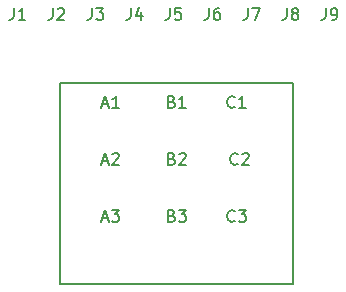
<source format=gbr>
%TF.GenerationSoftware,KiCad,Pcbnew,5.1.7*%
%TF.CreationDate,2020-10-03T21:56:47+01:00*%
%TF.ProjectId,3PDT,33504454-2e6b-4696-9361-645f70636258,V1.0*%
%TF.SameCoordinates,Original*%
%TF.FileFunction,Legend,Top*%
%TF.FilePolarity,Positive*%
%FSLAX46Y46*%
G04 Gerber Fmt 4.6, Leading zero omitted, Abs format (unit mm)*
G04 Created by KiCad (PCBNEW 5.1.7) date 2020-10-03 21:56:47*
%MOMM*%
%LPD*%
G01*
G04 APERTURE LIST*
%ADD10C,0.150000*%
%ADD11C,0.203200*%
G04 APERTURE END LIST*
D10*
X145883333Y-81891142D02*
X145835714Y-81938761D01*
X145692857Y-81986380D01*
X145597619Y-81986380D01*
X145454761Y-81938761D01*
X145359523Y-81843523D01*
X145311904Y-81748285D01*
X145264285Y-81557809D01*
X145264285Y-81414952D01*
X145311904Y-81224476D01*
X145359523Y-81129238D01*
X145454761Y-81034000D01*
X145597619Y-80986380D01*
X145692857Y-80986380D01*
X145835714Y-81034000D01*
X145883333Y-81081619D01*
X146216666Y-80986380D02*
X146835714Y-80986380D01*
X146502380Y-81367333D01*
X146645238Y-81367333D01*
X146740476Y-81414952D01*
X146788095Y-81462571D01*
X146835714Y-81557809D01*
X146835714Y-81795904D01*
X146788095Y-81891142D01*
X146740476Y-81938761D01*
X146645238Y-81986380D01*
X146359523Y-81986380D01*
X146264285Y-81938761D01*
X146216666Y-81891142D01*
X140565238Y-81462571D02*
X140708095Y-81510190D01*
X140755714Y-81557809D01*
X140803333Y-81653047D01*
X140803333Y-81795904D01*
X140755714Y-81891142D01*
X140708095Y-81938761D01*
X140612857Y-81986380D01*
X140231904Y-81986380D01*
X140231904Y-80986380D01*
X140565238Y-80986380D01*
X140660476Y-81034000D01*
X140708095Y-81081619D01*
X140755714Y-81176857D01*
X140755714Y-81272095D01*
X140708095Y-81367333D01*
X140660476Y-81414952D01*
X140565238Y-81462571D01*
X140231904Y-81462571D01*
X141136666Y-80986380D02*
X141755714Y-80986380D01*
X141422380Y-81367333D01*
X141565238Y-81367333D01*
X141660476Y-81414952D01*
X141708095Y-81462571D01*
X141755714Y-81557809D01*
X141755714Y-81795904D01*
X141708095Y-81891142D01*
X141660476Y-81938761D01*
X141565238Y-81986380D01*
X141279523Y-81986380D01*
X141184285Y-81938761D01*
X141136666Y-81891142D01*
X134667714Y-81700666D02*
X135143904Y-81700666D01*
X134572476Y-81986380D02*
X134905809Y-80986380D01*
X135239142Y-81986380D01*
X135477238Y-80986380D02*
X136096285Y-80986380D01*
X135762952Y-81367333D01*
X135905809Y-81367333D01*
X136001047Y-81414952D01*
X136048666Y-81462571D01*
X136096285Y-81557809D01*
X136096285Y-81795904D01*
X136048666Y-81891142D01*
X136001047Y-81938761D01*
X135905809Y-81986380D01*
X135620095Y-81986380D01*
X135524857Y-81938761D01*
X135477238Y-81891142D01*
X146137333Y-77065142D02*
X146089714Y-77112761D01*
X145946857Y-77160380D01*
X145851619Y-77160380D01*
X145708761Y-77112761D01*
X145613523Y-77017523D01*
X145565904Y-76922285D01*
X145518285Y-76731809D01*
X145518285Y-76588952D01*
X145565904Y-76398476D01*
X145613523Y-76303238D01*
X145708761Y-76208000D01*
X145851619Y-76160380D01*
X145946857Y-76160380D01*
X146089714Y-76208000D01*
X146137333Y-76255619D01*
X146518285Y-76255619D02*
X146565904Y-76208000D01*
X146661142Y-76160380D01*
X146899238Y-76160380D01*
X146994476Y-76208000D01*
X147042095Y-76255619D01*
X147089714Y-76350857D01*
X147089714Y-76446095D01*
X147042095Y-76588952D01*
X146470666Y-77160380D01*
X147089714Y-77160380D01*
X140565238Y-76636571D02*
X140708095Y-76684190D01*
X140755714Y-76731809D01*
X140803333Y-76827047D01*
X140803333Y-76969904D01*
X140755714Y-77065142D01*
X140708095Y-77112761D01*
X140612857Y-77160380D01*
X140231904Y-77160380D01*
X140231904Y-76160380D01*
X140565238Y-76160380D01*
X140660476Y-76208000D01*
X140708095Y-76255619D01*
X140755714Y-76350857D01*
X140755714Y-76446095D01*
X140708095Y-76541333D01*
X140660476Y-76588952D01*
X140565238Y-76636571D01*
X140231904Y-76636571D01*
X141184285Y-76255619D02*
X141231904Y-76208000D01*
X141327142Y-76160380D01*
X141565238Y-76160380D01*
X141660476Y-76208000D01*
X141708095Y-76255619D01*
X141755714Y-76350857D01*
X141755714Y-76446095D01*
X141708095Y-76588952D01*
X141136666Y-77160380D01*
X141755714Y-77160380D01*
X134667714Y-76874666D02*
X135143904Y-76874666D01*
X134572476Y-77160380D02*
X134905809Y-76160380D01*
X135239142Y-77160380D01*
X135524857Y-76255619D02*
X135572476Y-76208000D01*
X135667714Y-76160380D01*
X135905809Y-76160380D01*
X136001047Y-76208000D01*
X136048666Y-76255619D01*
X136096285Y-76350857D01*
X136096285Y-76446095D01*
X136048666Y-76588952D01*
X135477238Y-77160380D01*
X136096285Y-77160380D01*
X145883333Y-72239142D02*
X145835714Y-72286761D01*
X145692857Y-72334380D01*
X145597619Y-72334380D01*
X145454761Y-72286761D01*
X145359523Y-72191523D01*
X145311904Y-72096285D01*
X145264285Y-71905809D01*
X145264285Y-71762952D01*
X145311904Y-71572476D01*
X145359523Y-71477238D01*
X145454761Y-71382000D01*
X145597619Y-71334380D01*
X145692857Y-71334380D01*
X145835714Y-71382000D01*
X145883333Y-71429619D01*
X146835714Y-72334380D02*
X146264285Y-72334380D01*
X146550000Y-72334380D02*
X146550000Y-71334380D01*
X146454761Y-71477238D01*
X146359523Y-71572476D01*
X146264285Y-71620095D01*
X140565238Y-71810571D02*
X140708095Y-71858190D01*
X140755714Y-71905809D01*
X140803333Y-72001047D01*
X140803333Y-72143904D01*
X140755714Y-72239142D01*
X140708095Y-72286761D01*
X140612857Y-72334380D01*
X140231904Y-72334380D01*
X140231904Y-71334380D01*
X140565238Y-71334380D01*
X140660476Y-71382000D01*
X140708095Y-71429619D01*
X140755714Y-71524857D01*
X140755714Y-71620095D01*
X140708095Y-71715333D01*
X140660476Y-71762952D01*
X140565238Y-71810571D01*
X140231904Y-71810571D01*
X141755714Y-72334380D02*
X141184285Y-72334380D01*
X141470000Y-72334380D02*
X141470000Y-71334380D01*
X141374761Y-71477238D01*
X141279523Y-71572476D01*
X141184285Y-71620095D01*
X134667714Y-72048666D02*
X135143904Y-72048666D01*
X134572476Y-72334380D02*
X134905809Y-71334380D01*
X135239142Y-72334380D01*
X136096285Y-72334380D02*
X135524857Y-72334380D01*
X135810571Y-72334380D02*
X135810571Y-71334380D01*
X135715333Y-71477238D01*
X135620095Y-71572476D01*
X135524857Y-71620095D01*
D11*
%TO.C,sw1*%
X131122420Y-70241160D02*
X150817580Y-70241160D01*
X150817580Y-70241160D02*
X150817580Y-87238840D01*
X150817580Y-87238840D02*
X131122420Y-87238840D01*
X131122420Y-87238840D02*
X131122420Y-70241160D01*
%TO.C,J1*%
D10*
X127174666Y-63880380D02*
X127174666Y-64594666D01*
X127127047Y-64737523D01*
X127031809Y-64832761D01*
X126888952Y-64880380D01*
X126793714Y-64880380D01*
X128174666Y-64880380D02*
X127603238Y-64880380D01*
X127888952Y-64880380D02*
X127888952Y-63880380D01*
X127793714Y-64023238D01*
X127698476Y-64118476D01*
X127603238Y-64166095D01*
%TO.C,J2*%
X130476666Y-63880380D02*
X130476666Y-64594666D01*
X130429047Y-64737523D01*
X130333809Y-64832761D01*
X130190952Y-64880380D01*
X130095714Y-64880380D01*
X130905238Y-63975619D02*
X130952857Y-63928000D01*
X131048095Y-63880380D01*
X131286190Y-63880380D01*
X131381428Y-63928000D01*
X131429047Y-63975619D01*
X131476666Y-64070857D01*
X131476666Y-64166095D01*
X131429047Y-64308952D01*
X130857619Y-64880380D01*
X131476666Y-64880380D01*
%TO.C,J3*%
X133778666Y-63880380D02*
X133778666Y-64594666D01*
X133731047Y-64737523D01*
X133635809Y-64832761D01*
X133492952Y-64880380D01*
X133397714Y-64880380D01*
X134159619Y-63880380D02*
X134778666Y-63880380D01*
X134445333Y-64261333D01*
X134588190Y-64261333D01*
X134683428Y-64308952D01*
X134731047Y-64356571D01*
X134778666Y-64451809D01*
X134778666Y-64689904D01*
X134731047Y-64785142D01*
X134683428Y-64832761D01*
X134588190Y-64880380D01*
X134302476Y-64880380D01*
X134207238Y-64832761D01*
X134159619Y-64785142D01*
%TO.C,J4*%
X137080666Y-63880380D02*
X137080666Y-64594666D01*
X137033047Y-64737523D01*
X136937809Y-64832761D01*
X136794952Y-64880380D01*
X136699714Y-64880380D01*
X137985428Y-64213714D02*
X137985428Y-64880380D01*
X137747333Y-63832761D02*
X137509238Y-64547047D01*
X138128285Y-64547047D01*
%TO.C,J5*%
X140382666Y-63880380D02*
X140382666Y-64594666D01*
X140335047Y-64737523D01*
X140239809Y-64832761D01*
X140096952Y-64880380D01*
X140001714Y-64880380D01*
X141335047Y-63880380D02*
X140858857Y-63880380D01*
X140811238Y-64356571D01*
X140858857Y-64308952D01*
X140954095Y-64261333D01*
X141192190Y-64261333D01*
X141287428Y-64308952D01*
X141335047Y-64356571D01*
X141382666Y-64451809D01*
X141382666Y-64689904D01*
X141335047Y-64785142D01*
X141287428Y-64832761D01*
X141192190Y-64880380D01*
X140954095Y-64880380D01*
X140858857Y-64832761D01*
X140811238Y-64785142D01*
%TO.C,J6*%
X143684666Y-63880380D02*
X143684666Y-64594666D01*
X143637047Y-64737523D01*
X143541809Y-64832761D01*
X143398952Y-64880380D01*
X143303714Y-64880380D01*
X144589428Y-63880380D02*
X144398952Y-63880380D01*
X144303714Y-63928000D01*
X144256095Y-63975619D01*
X144160857Y-64118476D01*
X144113238Y-64308952D01*
X144113238Y-64689904D01*
X144160857Y-64785142D01*
X144208476Y-64832761D01*
X144303714Y-64880380D01*
X144494190Y-64880380D01*
X144589428Y-64832761D01*
X144637047Y-64785142D01*
X144684666Y-64689904D01*
X144684666Y-64451809D01*
X144637047Y-64356571D01*
X144589428Y-64308952D01*
X144494190Y-64261333D01*
X144303714Y-64261333D01*
X144208476Y-64308952D01*
X144160857Y-64356571D01*
X144113238Y-64451809D01*
%TO.C,J7*%
X146986666Y-63880380D02*
X146986666Y-64594666D01*
X146939047Y-64737523D01*
X146843809Y-64832761D01*
X146700952Y-64880380D01*
X146605714Y-64880380D01*
X147367619Y-63880380D02*
X148034285Y-63880380D01*
X147605714Y-64880380D01*
%TO.C,J8*%
X150288666Y-63880380D02*
X150288666Y-64594666D01*
X150241047Y-64737523D01*
X150145809Y-64832761D01*
X150002952Y-64880380D01*
X149907714Y-64880380D01*
X150907714Y-64308952D02*
X150812476Y-64261333D01*
X150764857Y-64213714D01*
X150717238Y-64118476D01*
X150717238Y-64070857D01*
X150764857Y-63975619D01*
X150812476Y-63928000D01*
X150907714Y-63880380D01*
X151098190Y-63880380D01*
X151193428Y-63928000D01*
X151241047Y-63975619D01*
X151288666Y-64070857D01*
X151288666Y-64118476D01*
X151241047Y-64213714D01*
X151193428Y-64261333D01*
X151098190Y-64308952D01*
X150907714Y-64308952D01*
X150812476Y-64356571D01*
X150764857Y-64404190D01*
X150717238Y-64499428D01*
X150717238Y-64689904D01*
X150764857Y-64785142D01*
X150812476Y-64832761D01*
X150907714Y-64880380D01*
X151098190Y-64880380D01*
X151193428Y-64832761D01*
X151241047Y-64785142D01*
X151288666Y-64689904D01*
X151288666Y-64499428D01*
X151241047Y-64404190D01*
X151193428Y-64356571D01*
X151098190Y-64308952D01*
%TO.C,J9*%
X153590666Y-63880380D02*
X153590666Y-64594666D01*
X153543047Y-64737523D01*
X153447809Y-64832761D01*
X153304952Y-64880380D01*
X153209714Y-64880380D01*
X154114476Y-64880380D02*
X154304952Y-64880380D01*
X154400190Y-64832761D01*
X154447809Y-64785142D01*
X154543047Y-64642285D01*
X154590666Y-64451809D01*
X154590666Y-64070857D01*
X154543047Y-63975619D01*
X154495428Y-63928000D01*
X154400190Y-63880380D01*
X154209714Y-63880380D01*
X154114476Y-63928000D01*
X154066857Y-63975619D01*
X154019238Y-64070857D01*
X154019238Y-64308952D01*
X154066857Y-64404190D01*
X154114476Y-64451809D01*
X154209714Y-64499428D01*
X154400190Y-64499428D01*
X154495428Y-64451809D01*
X154543047Y-64404190D01*
X154590666Y-64308952D01*
%TD*%
M02*

</source>
